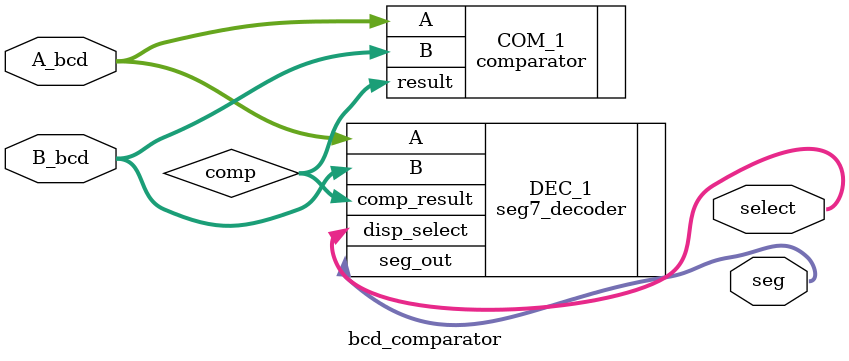
<source format=sv>
`timescale 1ns / 1ps
/**
  * Engineer: Juan Luna
  *  
  * Create Date: 2023-02-16
  * Design Name: BCD Comparator Display Module
  * Module Name: bcd_comparator
  * Project Name: Project 5
  * Target Devices: Basys 3 board
  * Revision: 1
  * Dependencies:
        -> comparator.sv
        -> seg7_decoder.sv
  *      
  * Description:
  *     This module contains an implementation of a BCD 
  *     comparator circuit. The inputs are two 4-bit BCD
  *     numbers and the circuit outputs the greater of
  *     two numbers on the left-most 7-segment display.
  *     If the numbers are equal, no value is displayed.
  *
  *     This module makes use of a comparator and
  *     7-segment display modules.
  */
module bcd_comparator(
        // 4-bit BCD numbers
        input logic [3:0] A_bcd, B_bcd,
        // 8 bits for 7-segment display
        output logic [7:0] seg,
        // 1 bit for turning display on/off
        output logic [3:0] select
        );
        
    // 3 bits for comparator result
    logic [2:0] comp;

    // 4 bits for BCD to binary result
    //logic [3:0] A_bin;
    //logic [3:0] B_bin;
    
    // Instantiate BCD to binary converters for A and B
    //bcd_to_binary A_2_BIN(
    //.bcd_num(A_bcd),
    //.bin_num(A_bin)
    //);
        
    //bcd_to_binary B_2_BIN(
    //.bcd_num(B_bcd),
    //.bin_num(B_bin)
    //);
    
    // Instantiate comparator to determine greater value
    comparator COM_1(
        .A(A_bcd),
        .B(B_bcd),
        .result(comp)
        );
        
    // Instantiate 7-segment decoder for BCD output
    seg7_decoder DEC_1(
        .A(A_bcd),
        .B(B_bcd),
        .comp_result(comp),
        .seg_out(seg),
        .disp_select(select)
        );
        
endmodule

</source>
